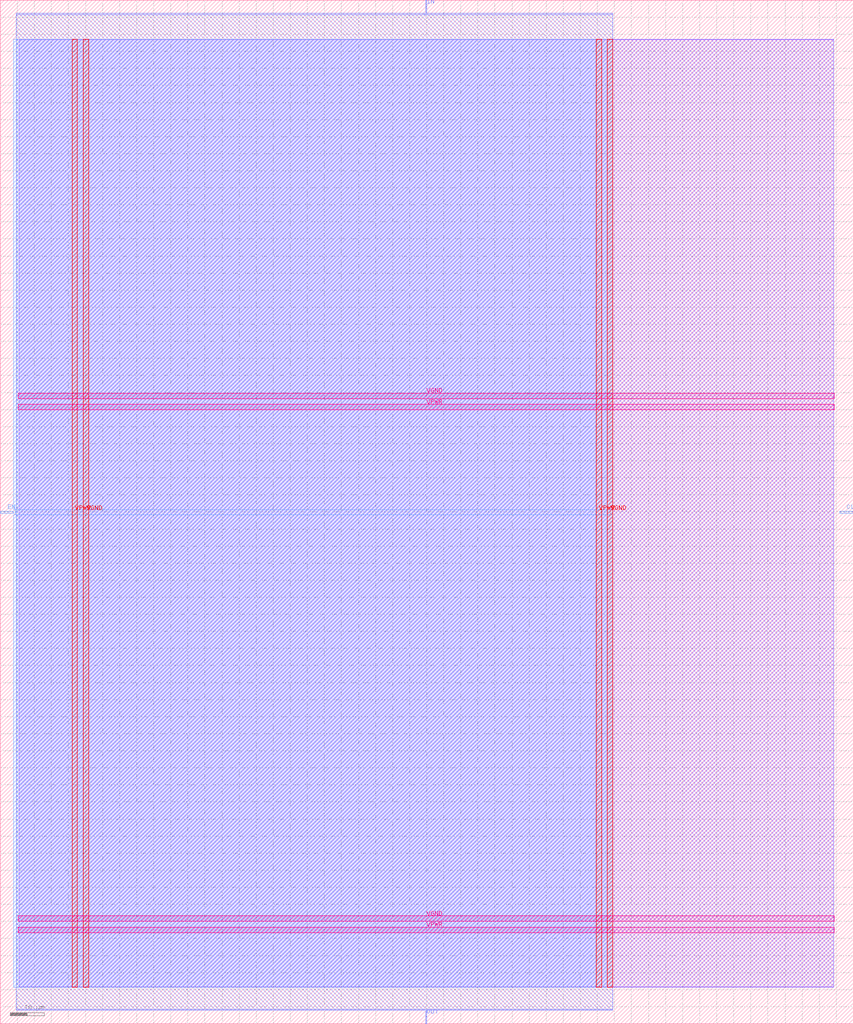
<source format=lef>
VERSION 5.7 ;
  NOWIREEXTENSIONATPIN ON ;
  DIVIDERCHAR "/" ;
  BUSBITCHARS "[]" ;
MACRO buff_chain
  CLASS BLOCK ;
  FOREIGN buff_chain ;
  ORIGIN 0.000 0.000 ;
  SIZE 250.000 BY 300.000 ;
  PIN CLK
    PORT
      LAYER met3 ;
        RECT 246.000 149.640 250.000 150.240 ;
    END
  END CLK
  PIN EN
    PORT
      LAYER met3 ;
        RECT 0.000 149.640 4.000 150.240 ;
    END
  END EN
  PIN IN
    PORT
      LAYER met2 ;
        RECT 124.750 296.000 125.030 300.000 ;
    END
  END IN
  PIN OUT
    PORT
      LAYER met2 ;
        RECT 124.750 0.000 125.030 4.000 ;
    END
  END OUT
  PIN VGND
    USE GROUND ;
    PORT
      LAYER met5 ;
        RECT 5.280 183.210 244.500 184.810 ;
    END
    PORT
      LAYER met5 ;
        RECT 5.280 30.030 244.500 31.630 ;
    END
    PORT
      LAYER met4 ;
        RECT 177.940 10.640 179.540 288.560 ;
    END
    PORT
      LAYER met4 ;
        RECT 24.340 10.640 25.940 288.560 ;
    END
  END VGND
  PIN VPWR
    USE POWER ;
    PORT
      LAYER met5 ;
        RECT 5.280 179.910 244.500 181.510 ;
    END
    PORT
      LAYER met5 ;
        RECT 5.280 26.730 244.500 28.330 ;
    END
    PORT
      LAYER met4 ;
        RECT 174.640 10.640 176.240 288.560 ;
    END
    PORT
      LAYER met4 ;
        RECT 21.040 10.640 22.640 288.560 ;
    END
  END VPWR
  OBS
      LAYER li1 ;
        RECT 5.520 10.795 244.260 288.405 ;
      LAYER met1 ;
        RECT 4.670 10.640 244.260 288.560 ;
      LAYER met2 ;
        RECT 4.690 295.720 124.470 296.210 ;
        RECT 125.310 295.720 179.510 296.210 ;
        RECT 4.690 4.280 179.510 295.720 ;
        RECT 4.690 4.000 124.470 4.280 ;
        RECT 125.310 4.000 179.510 4.280 ;
      LAYER met3 ;
        RECT 4.000 150.640 179.530 288.485 ;
        RECT 4.400 149.240 179.530 150.640 ;
        RECT 4.000 10.715 179.530 149.240 ;
  END
END buff_chain
END LIBRARY


</source>
